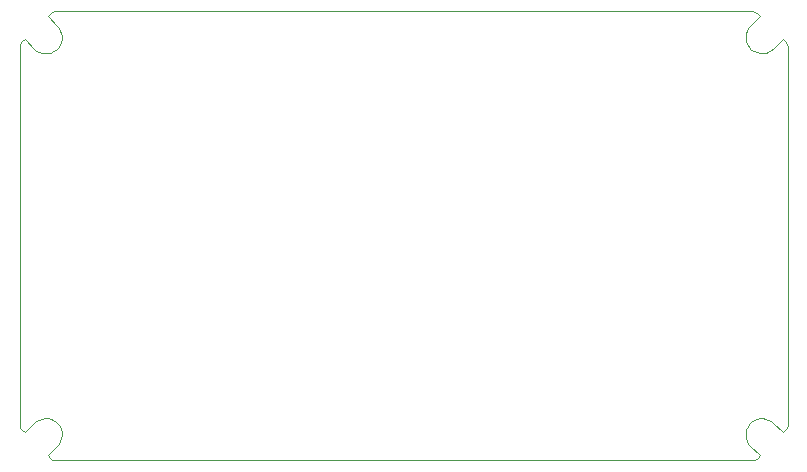
<source format=gm1>
G04*
G04 #@! TF.GenerationSoftware,Altium Limited,Altium Designer,22.10.1 (41)*
G04*
G04 Layer_Color=16711935*
%FSLAX44Y44*%
%MOMM*%
G71*
G04*
G04 #@! TF.SameCoordinates,DCCAADF1-C1D0-4DA7-B5CE-9EF6014CFE25*
G04*
G04*
G04 #@! TF.FilePolarity,Positive*
G04*
G01*
G75*
%ADD17C,0.1000*%
D17*
X626447Y375873D02*
X624883Y378039D01*
X622630Y379475D01*
X620005Y379977D01*
X618464Y367923D02*
X616842Y365970D01*
X615608Y363754D01*
X614801Y361348D01*
X614451Y358835D01*
X614568Y356300D01*
X615149Y353830D01*
X616174Y351509D01*
X617608Y349416D01*
X619402Y347622D01*
X621496Y346188D01*
X623817Y345163D01*
X626287Y344582D01*
X628821Y344465D01*
X631334Y344815D01*
X633740Y345621D01*
X635957Y346856D01*
X637909Y348477D01*
X650000Y350000D02*
X649499Y352621D01*
X648065Y354871D01*
X645902Y356433D01*
X645868Y23544D02*
X648031Y25106D01*
X649465Y27356D01*
X649966Y29977D01*
X637875Y31500D02*
X635923Y33121D01*
X633707Y34356D01*
X631301Y35162D01*
X628788Y35513D01*
X626253Y35396D01*
X623783Y34815D01*
X621462Y33790D01*
X619369Y32356D01*
X617574Y30561D01*
X616140Y28468D01*
X615115Y26147D01*
X614534Y23677D01*
X614417Y21142D01*
X614768Y18629D01*
X615574Y16223D01*
X616809Y14007D01*
X618430Y12055D01*
X619972Y0D02*
X622596Y502D01*
X624849Y1938D01*
X626413Y4104D01*
X29977Y379977D02*
X27356Y379476D01*
X25106Y378042D01*
X23544Y375879D01*
X4104Y356424D02*
X1938Y354860D01*
X502Y352607D01*
X0Y349982D01*
X12055Y348441D02*
X14007Y346820D01*
X16223Y345585D01*
X18629Y344779D01*
X21142Y344428D01*
X23677Y344545D01*
X26147Y345126D01*
X28468Y346151D01*
X30561Y347585D01*
X32355Y349379D01*
X33790Y351473D01*
X34814Y353794D01*
X35395Y356264D01*
X35512Y358798D01*
X35162Y361311D01*
X34356Y363717D01*
X33121Y365934D01*
X31500Y367886D01*
X23544Y4098D02*
X25106Y1935D01*
X27356Y501D01*
X29977Y0D01*
X31500Y12091D02*
X33121Y14043D01*
X34356Y16260D01*
X35162Y18666D01*
X35512Y21179D01*
X35395Y23713D01*
X34814Y26183D01*
X33790Y28505D01*
X32355Y30598D01*
X30561Y32392D01*
X28468Y33826D01*
X26147Y34851D01*
X23677Y35432D01*
X21142Y35549D01*
X18629Y35199D01*
X16223Y34392D01*
X14007Y33157D01*
X12055Y31537D01*
X0Y29995D02*
X502Y27371D01*
X1938Y25117D01*
X4104Y23553D01*
X650000Y350000D02*
X650000Y30000D01*
X618464Y367923D02*
X626437Y375896D01*
X637909Y348477D02*
X645882Y356450D01*
X637875Y31500D02*
X645848Y23527D01*
X618430Y12055D02*
X626403Y4082D01*
X23527Y375859D02*
X31500Y367886D01*
X4081Y356414D02*
X12055Y348441D01*
X23527Y4118D02*
X31500Y12091D01*
X4081Y23563D02*
X12055Y31537D01*
X-23Y350000D02*
X-23Y29982D01*
X29977Y0D02*
X619972Y0D01*
X29977Y379977D02*
X620005Y379977D01*
M02*

</source>
